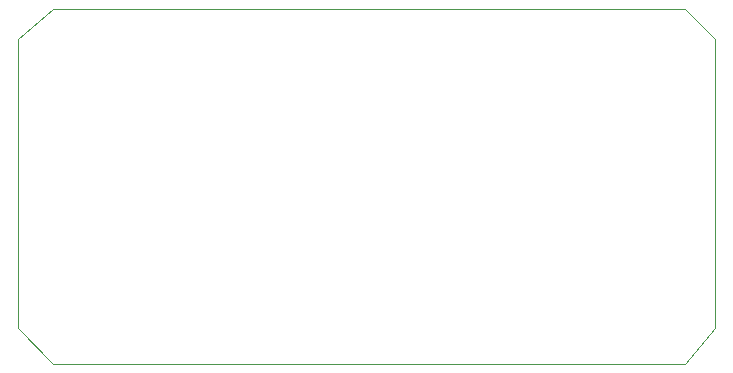
<source format=gbr>
%TF.GenerationSoftware,KiCad,Pcbnew,6.0.11-3.fc37*%
%TF.CreationDate,2023-02-25T11:37:35-07:00*%
%TF.ProjectId,lightPCB,6c696768-7450-4434-922e-6b696361645f,rev?*%
%TF.SameCoordinates,PX69db9c0PY6779420*%
%TF.FileFunction,Profile,NP*%
%FSLAX46Y46*%
G04 Gerber Fmt 4.6, Leading zero omitted, Abs format (unit mm)*
G04 Created by KiCad (PCBNEW 6.0.11-3.fc37) date 2023-02-25 11:37:35*
%MOMM*%
%LPD*%
G01*
G04 APERTURE LIST*
%TA.AperFunction,Profile*%
%ADD10C,0.100000*%
%TD*%
G04 APERTURE END LIST*
D10*
X3000000Y0D02*
X0Y3000000D01*
X59000000Y27500000D02*
X59000000Y3000000D01*
X0Y3000000D02*
X0Y27500000D01*
X56500000Y30000000D02*
X59000000Y27500000D01*
X0Y27500000D02*
X3000000Y30000000D01*
X56500000Y0D02*
X3000000Y0D01*
X59000000Y3000000D02*
X56500000Y0D01*
X3000000Y30000000D02*
X56500000Y30000000D01*
M02*

</source>
